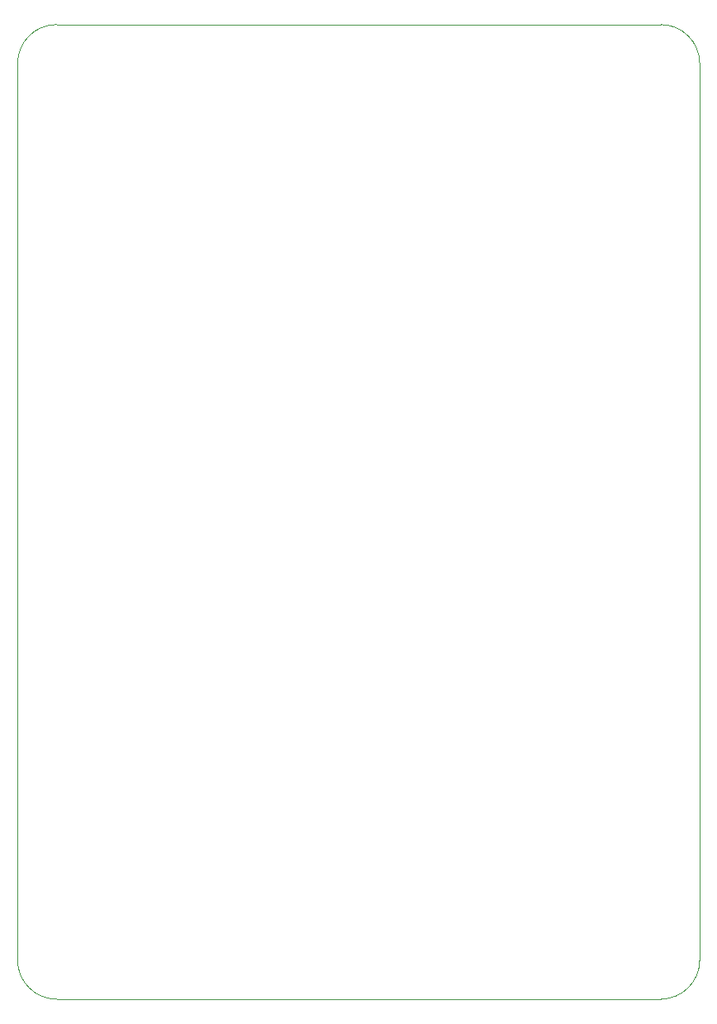
<source format=gm1>
%TF.GenerationSoftware,KiCad,Pcbnew,(7.0.0)*%
%TF.CreationDate,2023-02-28T17:36:58-07:00*%
%TF.ProjectId,keypad,6b657970-6164-42e6-9b69-6361645f7063,rev?*%
%TF.SameCoordinates,Original*%
%TF.FileFunction,Profile,NP*%
%FSLAX46Y46*%
G04 Gerber Fmt 4.6, Leading zero omitted, Abs format (unit mm)*
G04 Created by KiCad (PCBNEW (7.0.0)) date 2023-02-28 17:36:58*
%MOMM*%
%LPD*%
G01*
G04 APERTURE LIST*
%TA.AperFunction,Profile*%
%ADD10C,0.100000*%
%TD*%
G04 APERTURE END LIST*
D10*
X178000000Y-54000000D02*
G75*
G03*
X174000000Y-50000000I-4000000J0D01*
G01*
X112000000Y-50000000D02*
G75*
G03*
X108000000Y-54000000I0J-4000000D01*
G01*
X174000000Y-150000000D02*
X112000000Y-150000000D01*
X178000000Y-54000000D02*
X178000000Y-146000000D01*
X112000000Y-50000000D02*
X174000000Y-50000000D01*
X174000000Y-150000000D02*
G75*
G03*
X178000000Y-146000000I0J4000000D01*
G01*
X108000000Y-146000000D02*
G75*
G03*
X112000000Y-150000000I4000000J0D01*
G01*
X108000000Y-146000000D02*
X108000000Y-54000000D01*
M02*

</source>
